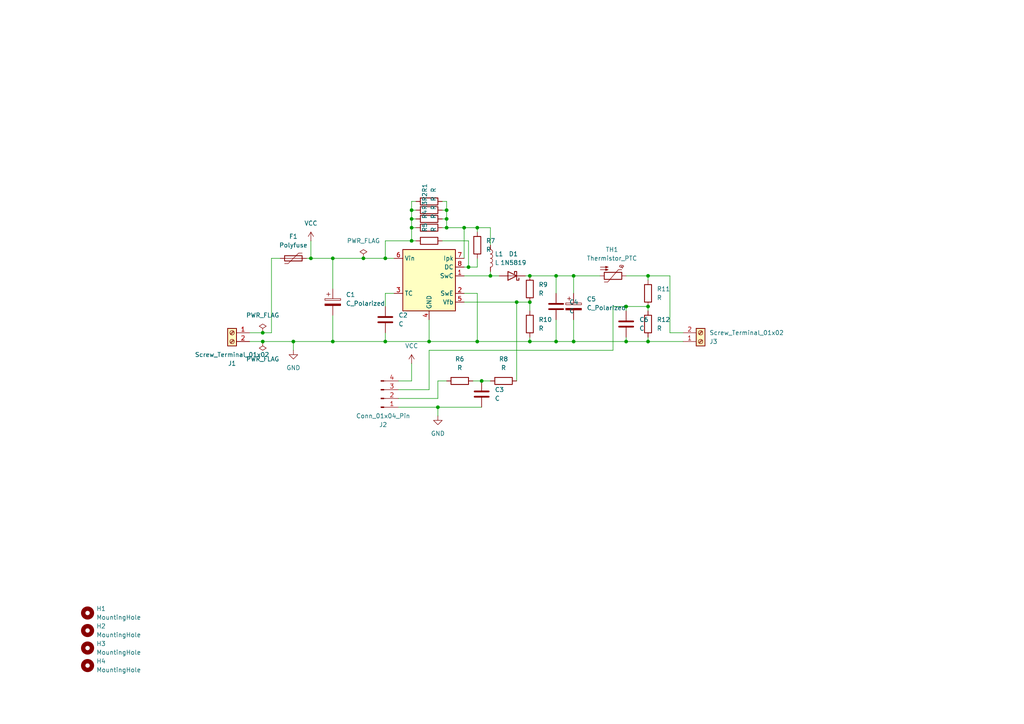
<source format=kicad_sch>
(kicad_sch (version 20250114) (generator "eeschema") (generator_version "9.0")
  (paper "A4")
  (title_block (title "Boost Converter") (date "2026-02-07") (rev "1"))
  (lib_symbols
    (symbol "Connector:Conn_01x04_Pin" (pin_names (offset 1.016) (hide yes))
      (property "Reference" "J" (at 0 5.08 0))
      (property "Value" "Conn_01x04_Pin" (at 0 -7.62 0))
      (symbol "Conn_01x04_Pin_1_1"
        (rectangle (start 0.8636 2.667) (end 0 2.413) (stroke (width 0.1524)) (fill (type outline)))
        (rectangle (start 0.8636 0.127) (end 0 -0.127) (stroke (width 0.1524)) (fill (type outline)))
        (rectangle (start 0.8636 -2.413) (end 0 -2.667) (stroke (width 0.1524)) (fill (type outline)))
        (rectangle (start 0.8636 -4.953) (end 0 -5.207) (stroke (width 0.1524)) (fill (type outline)))
        (polyline (pts (xy 1.27 2.54) (xy 0.8636 2.54)) (stroke (width 0.1524)))
        (polyline (pts (xy 1.27 0) (xy 0.8636 0)) (stroke (width 0.1524)))
        (polyline (pts (xy 1.27 -2.54) (xy 0.8636 -2.54)) (stroke (width 0.1524)))
        (polyline (pts (xy 1.27 -5.08) (xy 0.8636 -5.08)) (stroke (width 0.1524)))
        (pin passive line (at 5.08 2.54 180) (length 3.81) (name "Pin_1") (number "1"))
        (pin passive line (at 5.08 0 180) (length 3.81) (name "Pin_2") (number "2"))
        (pin passive line (at 5.08 -2.54 180) (length 3.81) (name "Pin_3") (number "3"))
        (pin passive line (at 5.08 -5.08 180) (length 3.81) (name "Pin_4") (number "4"))
      )
    )
    (symbol "Connector:Screw_Terminal_01x02" (pin_names (offset 1.016) (hide yes))
      (property "Reference" "J" (at 0 2.54 0))
      (property "Value" "Screw_Terminal_01x02" (at 0 -5.08 0))
      (symbol "Screw_Terminal_01x02_1_1"
        (rectangle (start -1.27 1.27) (end 1.27 -3.81) (stroke (width 0.254)) (fill (type background)))
        (polyline (pts (xy -0.5334 0.3302) (xy 0.3302 -0.508)) (stroke (width 0.1524)))
        (polyline (pts (xy -0.5334 -2.2098) (xy 0.3302 -3.048)) (stroke (width 0.1524)))
        (polyline (pts (xy -0.3556 0.508) (xy 0.508 -0.3302)) (stroke (width 0.1524)))
        (polyline (pts (xy -0.3556 -2.032) (xy 0.508 -2.8702)) (stroke (width 0.1524)))
        (circle (center 0 0) (radius 0.635) (stroke (width 0.1524)))
        (circle (center 0 -2.54) (radius 0.635) (stroke (width 0.1524)))
        (pin passive line (at -5.08 0 0) (length 3.81) (name "Pin_1") (number "1"))
        (pin passive line (at -5.08 -2.54 0) (length 3.81) (name "Pin_2") (number "2"))
      )
    )
    (symbol "Device:C" (pin_numbers (hide yes)) (pin_names (offset 0.254))
      (property "Reference" "C" (at 0.635 2.54 0))
      (property "Value" "C" (at 0.635 -2.54 0))
      (symbol "C_0_1"
        (polyline (pts (xy -2.032 0.762) (xy 2.032 0.762)) (stroke (width 0.508)))
        (polyline (pts (xy -2.032 -0.762) (xy 2.032 -0.762)) (stroke (width 0.508)))
      )
      (symbol "C_1_1"
        (pin passive line (at 0 3.81 270) (length 2.794) (name "~") (number "1"))
        (pin passive line (at 0 -3.81 90) (length 2.794) (name "~") (number "2"))
      )
    )
    (symbol "Device:C_Polarized" (pin_numbers (hide yes)) (pin_names (offset 0.254))
      (property "Reference" "C" (at 0.635 2.54 0))
      (property "Value" "C_Polarized" (at 0.635 -2.54 0))
      (symbol "C_Polarized_0_1"
        (rectangle (start -2.286 0.508) (end 2.286 1.016))
        (polyline (pts (xy -1.778 2.286) (xy -0.762 2.286)))
        (polyline (pts (xy -1.27 2.794) (xy -1.27 1.778)))
        (rectangle (start 2.286 -0.508) (end -2.286 -1.016) (fill (type outline)))
      )
      (symbol "C_Polarized_1_1"
        (pin passive line (at 0 3.81 270) (length 2.794) (name "~") (number "1"))
        (pin passive line (at 0 -3.81 90) (length 2.794) (name "~") (number "2"))
      )
    )
    (symbol "Device:L" (pin_numbers (hide yes)) (pin_names (offset 1.016) (hide yes))
      (property "Reference" "L" (at -1.27 0 90))
      (property "Value" "L" (at 1.905 0 90))
      (symbol "L_0_1"
        (arc (start 0 2.54) (mid 0.6323 1.905) (end 0 1.27))
        (arc (start 0 1.27) (mid 0.6323 0.635) (end 0 0))
        (arc (start 0 0) (mid 0.6323 -0.635) (end 0 -1.27))
        (arc (start 0 -1.27) (mid 0.6323 -1.905) (end 0 -2.54))
      )
      (symbol "L_1_1"
        (pin passive line (at 0 3.81 270) (length 1.27) (name "1") (number "1"))
        (pin passive line (at 0 -3.81 90) (length 1.27) (name "2") (number "2"))
      )
    )
    (symbol "Device:Polyfuse" (pin_numbers (hide yes)) (pin_names (offset 0))
      (property "Reference" "F" (at -2.54 0 90))
      (property "Value" "Polyfuse" (at 2.54 0 90))
      (symbol "Polyfuse_0_1"
        (polyline (pts (xy -1.524 2.54) (xy -1.524 1.524) (xy 1.524 -1.524) (xy 1.524 -2.54)))
        (rectangle (start -0.762 2.54) (end 0.762 -2.54) (stroke (width 0.254)))
        (polyline (pts (xy 0 2.54) (xy 0 -2.54)))
      )
      (symbol "Polyfuse_1_1"
        (pin passive line (at 0 3.81 270) (length 1.27) (name "~") (number "1"))
        (pin passive line (at 0 -3.81 90) (length 1.27) (name "~") (number "2"))
      )
    )
    (symbol "Device:R" (pin_numbers (hide yes)) (pin_names (offset 0))
      (property "Reference" "R" (at 2.032 0 90))
      (property "Value" "R" (at 0 0 90))
      (symbol "R_0_1"
        (rectangle (start -1.016 -2.54) (end 1.016 2.54) (stroke (width 0.254)))
      )
      (symbol "R_1_1"
        (pin passive line (at 0 3.81 270) (length 1.27) (name "~") (number "1"))
        (pin passive line (at 0 -3.81 90) (length 1.27) (name "~") (number "2"))
      )
    )
    (symbol "Device:Thermistor_PTC" (pin_numbers (hide yes)) (pin_names (offset 0))
      (property "Reference" "TH" (at -4.064 0 90))
      (property "Value" "Thermistor_PTC" (at 3.048 0 90))
      (symbol "Thermistor_PTC_0_1"
        (arc (start -3.175 2.413) (mid -3.0506 2.3165) (end -3.048 2.159))
        (arc (start -3.048 2.794) (mid -2.9736 2.9736) (end -2.794 3.048))
        (arc (start -2.794 3.048) (mid -2.6144 2.9736) (end -2.54 2.794))
        (arc (start -2.794 2.54) (mid -2.9736 2.6144) (end -3.048 2.794))
        (arc (start -2.794 1.905) (mid -2.9736 1.9794) (end -3.048 2.159))
        (arc (start -2.54 2.159) (mid -2.6144 1.9794) (end -2.794 1.905))
        (arc (start -2.159 2.794) (mid -2.434 2.5608) (end -2.794 2.54))
        (polyline (pts (xy -2.54 2.159) (xy -2.54 2.794)))
        (polyline (pts (xy -2.54 -3.683) (xy -2.54 -1.397) (xy -2.794 -2.159) (xy -2.286 -2.159) (xy -2.54 -1.397) (xy -2.54 -1.651)) (fill (type outline)))
        (polyline (pts (xy -1.778 2.54) (xy -1.778 1.524) (xy 1.778 -1.524) (xy 1.778 -2.54)))
        (polyline (pts (xy -1.778 -3.683) (xy -1.778 -1.397) (xy -2.032 -2.159) (xy -1.524 -2.159) (xy -1.778 -1.397) (xy -1.778 -1.651)) (fill (type outline)))
        (rectangle (start -1.016 2.54) (end 1.016 -2.54) (stroke (width 0.254)))
      )
      (symbol "Thermistor_PTC_1_1"
        (pin passive line (at 0 3.81 270) (length 1.27) (name "~") (number "1"))
        (pin passive line (at 0 -3.81 90) (length 1.27) (name "~") (number "2"))
      )
    )
    (symbol "Diode:1N5819" (pin_numbers (hide yes)) (pin_names (offset 1.016) (hide yes))
      (property "Reference" "D" (at 0 2.54 0))
      (property "Value" "1N5819" (at 0 -2.54 0))
      (symbol "1N5819_0_1"
        (polyline (pts (xy -1.905 0.635) (xy -1.905 1.27) (xy -1.27 1.27) (xy -1.27 -1.27) (xy -0.635 -1.27) (xy -0.635 -0.635)) (stroke (width 0.254)))
        (polyline (pts (xy 1.27 1.27) (xy 1.27 -1.27) (xy -1.27 0) (xy 1.27 1.27)) (stroke (width 0.254)))
        (polyline (pts (xy 1.27 0) (xy -1.27 0)))
      )
      (symbol "1N5819_1_1"
        (pin passive line (at -3.81 0 0) (length 2.54) (name "K") (number "1"))
        (pin passive line (at 3.81 0 180) (length 2.54) (name "A") (number "2"))
      )
    )
    (symbol "Mechanical:MountingHole" (pin_names (offset 1.016)) (in_bom no)
      (property "Reference" "H" (at 0 5.08 0))
      (property "Value" "MountingHole" (at 0 3.175 0))
      (symbol "MountingHole_0_1"
        (circle (center 0 0) (radius 1.27) (stroke (width 1.27)))
      )
    )
    (symbol "Regulator_Switching:MC34063AP"
      (property "Reference" "U" (at -7.62 8.89 0))
      (property "Value" "MC34063AP" (at 0 8.89 0))
      (symbol "MC34063AP_0_1"
        (rectangle (start -7.62 7.62) (end 7.62 -10.16) (stroke (width 0.254)) (fill (type background)))
      )
      (symbol "MC34063AP_1_1"
        (pin power_in line (at -10.16 5.08 0) (length 2.54) (name "Vin") (number "6"))
        (pin passive line (at -10.16 -5.08 0) (length 2.54) (name "TC") (number "3"))
        (pin power_in line (at 0 -12.7 90) (length 2.54) (name "GND") (number "4"))
        (pin input line (at 10.16 5.08 180) (length 2.54) (name "Ipk") (number "7"))
        (pin open_collector line (at 10.16 2.54 180) (length 2.54) (name "DC") (number "8"))
        (pin open_collector line (at 10.16 0 180) (length 2.54) (name "SwC") (number "1"))
        (pin open_emitter line (at 10.16 -5.08 180) (length 2.54) (name "SwE") (number "2"))
        (pin input line (at 10.16 -7.62 180) (length 2.54) (name "Vfb") (number "5"))
      )
    )
    (symbol "power:GND" (power) (pin_numbers (hide yes)) (pin_names (offset 0) (hide yes))
      (property "Value" "GND" (at 0 -3.81 0))
      (symbol "GND_0_1"
        (polyline (pts (xy 0 0) (xy 0 -1.27) (xy 1.27 -1.27) (xy 0 -2.54) (xy -1.27 -1.27) (xy 0 -1.27)))
      )
      (symbol "GND_1_1"
        (pin power_in line (at 0 0 270) (length 0) (name "~") (number "1"))
      )
    )
    (symbol "power:PWR_FLAG" (power) (pin_numbers (hide yes)) (pin_names (offset 0) (hide yes))
      (property "Value" "PWR_FLAG" (at 0 3.81 0))
      (symbol "PWR_FLAG_0_0"
        (pin power_out line (at 0 0 90) (length 0) (name "~") (number "1"))
      )
      (symbol "PWR_FLAG_0_1"
        (polyline (pts (xy 0 0) (xy 0 1.27) (xy -1.016 1.905) (xy 0 2.54) (xy 1.016 1.905) (xy 0 1.27)))
      )
    )
    (symbol "power:VCC" (power) (pin_numbers (hide yes)) (pin_names (offset 0) (hide yes))
      (property "Value" "VCC" (at 0 3.556 0))
      (symbol "VCC_0_1"
        (polyline (pts (xy -0.762 1.27) (xy 0 2.54)))
        (polyline (pts (xy 0 2.54) (xy 0.762 1.27)))
        (polyline (pts (xy 0 0) (xy 0 2.54)))
      )
      (symbol "VCC_1_1"
        (pin power_in line (at 0 0 90) (length 0) (name "~") (number "1"))
      )
    )
  )
  (junction (at 181.61 88.9))
  (junction (at 166.37 99.06))
  (junction (at 187.96 80.01))
  (junction (at 142.24 80.01))
  (junction (at 76.2 99.06))
  (junction (at 124.46 99.06))
  (junction (at 187.96 99.06))
  (junction (at 138.43 99.06))
  (junction (at 181.61 99.06))
  (junction (at 153.67 99.06))
  (junction (at 138.43 66.04))
  (junction (at 119.38 63.5))
  (junction (at 161.29 80.01))
  (junction (at 76.2 96.52))
  (junction (at 129.54 60.96))
  (junction (at 187.96 88.9))
  (junction (at 153.67 80.01))
  (junction (at 127 118.11))
  (junction (at 119.38 66.04))
  (junction (at 166.37 80.01))
  (junction (at 96.52 74.93))
  (junction (at 90.17 74.93))
  (junction (at 129.54 66.04))
  (junction (at 161.29 99.06))
  (junction (at 129.54 63.5))
  (junction (at 111.76 74.93))
  (junction (at 85.09 99.06))
  (junction (at 119.38 69.85))
  (junction (at 134.62 66.04))
  (junction (at 135.89 77.47))
  (junction (at 119.38 60.96))
  (junction (at 153.67 87.63))
  (junction (at 149.86 87.63))
  (junction (at 111.76 99.06))
  (junction (at 96.52 99.06))
  (junction (at 105.41 74.93))
  (junction (at 139.7 110.49))
  (wire (pts (xy 166.37 80.01) (xy 166.37 85.09)))
  (wire (pts (xy 153.67 99.06) (xy 161.29 99.06)))
  (wire (pts (xy 115.57 115.57) (xy 127 115.57)))
  (wire (pts (xy 124.46 99.06) (xy 111.76 99.06)))
  (wire (pts (xy 137.16 110.49) (xy 139.7 110.49)))
  (wire (pts (xy 115.57 118.11) (xy 127 118.11)))
  (wire (pts (xy 134.62 66.04) (xy 134.62 74.93)))
  (wire (pts (xy 138.43 99.06) (xy 153.67 99.06)))
  (wire (pts (xy 111.76 96.52) (xy 111.76 99.06)))
  (wire (pts (xy 127 118.11) (xy 139.7 118.11)))
  (wire (pts (xy 72.39 99.06) (xy 76.2 99.06)))
  (wire (pts (xy 142.24 80.01) (xy 144.78 80.01)))
  (wire (pts (xy 85.09 99.06) (xy 85.09 101.6)))
  (wire (pts (xy 111.76 85.09) (xy 111.76 88.9)))
  (wire (pts (xy 138.43 66.04) (xy 138.43 67.31)))
  (wire (pts (xy 90.17 69.85) (xy 90.17 74.93)))
  (wire (pts (xy 127 118.11) (xy 127 120.65)))
  (wire (pts (xy 181.61 97.79) (xy 181.61 99.06)))
  (wire (pts (xy 124.46 101.6) (xy 177.8 101.6)))
  (wire (pts (xy 153.67 80.01) (xy 161.29 80.01)))
  (wire (pts (xy 138.43 77.47) (xy 135.89 77.47)))
  (wire (pts (xy 129.54 60.96) (xy 129.54 63.5)))
  (wire (pts (xy 115.57 113.03) (xy 124.46 113.03)))
  (wire (pts (xy 134.62 85.09) (xy 138.43 85.09)))
  (wire (pts (xy 111.76 69.85) (xy 111.76 74.93)))
  (wire (pts (xy 119.38 60.96) (xy 120.65 60.96)))
  (wire (pts (xy 194.31 80.01) (xy 194.31 96.52)))
  (wire (pts (xy 119.38 58.42) (xy 119.38 60.96)))
  (wire (pts (xy 139.7 110.49) (xy 142.24 110.49)))
  (wire (pts (xy 119.38 66.04) (xy 120.65 66.04)))
  (wire (pts (xy 181.61 88.9) (xy 187.96 88.9)))
  (wire (pts (xy 119.38 63.5) (xy 120.65 63.5)))
  (wire (pts (xy 142.24 66.04) (xy 138.43 66.04)))
  (wire (pts (xy 96.52 99.06) (xy 96.52 91.44)))
  (wire (pts (xy 138.43 85.09) (xy 138.43 99.06)))
  (wire (pts (xy 119.38 110.49) (xy 119.38 105.41)))
  (wire (pts (xy 161.29 92.71) (xy 161.29 99.06)))
  (wire (pts (xy 181.61 80.01) (xy 187.96 80.01)))
  (wire (pts (xy 90.17 74.93) (xy 96.52 74.93)))
  (wire (pts (xy 124.46 99.06) (xy 124.46 92.71)))
  (wire (pts (xy 78.74 96.52) (xy 76.2 96.52)))
  (wire (pts (xy 149.86 87.63) (xy 153.67 87.63)))
  (wire (pts (xy 127 110.49) (xy 127 115.57)))
  (wire (pts (xy 177.8 101.6) (xy 177.8 88.9)))
  (wire (pts (xy 187.96 97.79) (xy 187.96 99.06)))
  (wire (pts (xy 181.61 88.9) (xy 181.61 90.17)))
  (wire (pts (xy 124.46 99.06) (xy 138.43 99.06)))
  (wire (pts (xy 187.96 88.9) (xy 187.96 90.17)))
  (wire (pts (xy 96.52 99.06) (xy 111.76 99.06)))
  (wire (pts (xy 166.37 99.06) (xy 181.61 99.06)))
  (wire (pts (xy 152.4 80.01) (xy 153.67 80.01)))
  (wire (pts (xy 138.43 74.93) (xy 138.43 77.47)))
  (wire (pts (xy 119.38 60.96) (xy 119.38 63.5)))
  (wire (pts (xy 129.54 58.42) (xy 129.54 60.96)))
  (wire (pts (xy 142.24 78.74) (xy 142.24 80.01)))
  (wire (pts (xy 166.37 80.01) (xy 173.99 80.01)))
  (wire (pts (xy 129.54 58.42) (xy 128.27 58.42)))
  (wire (pts (xy 119.38 69.85) (xy 111.76 69.85)))
  (wire (pts (xy 187.96 99.06) (xy 198.12 99.06)))
  (wire (pts (xy 135.89 77.47) (xy 134.62 77.47)))
  (wire (pts (xy 120.65 58.42) (xy 119.38 58.42)))
  (wire (pts (xy 161.29 80.01) (xy 166.37 80.01)))
  (wire (pts (xy 153.67 99.06) (xy 153.67 97.79)))
  (wire (pts (xy 128.27 60.96) (xy 129.54 60.96)))
  (wire (pts (xy 161.29 80.01) (xy 161.29 85.09)))
  (wire (pts (xy 96.52 74.93) (xy 105.41 74.93)))
  (wire (pts (xy 128.27 63.5) (xy 129.54 63.5)))
  (wire (pts (xy 135.89 69.85) (xy 135.89 77.47)))
  (wire (pts (xy 105.41 74.93) (xy 111.76 74.93)))
  (wire (pts (xy 85.09 99.06) (xy 96.52 99.06)))
  (wire (pts (xy 134.62 66.04) (xy 138.43 66.04)))
  (wire (pts (xy 119.38 63.5) (xy 119.38 66.04)))
  (wire (pts (xy 142.24 66.04) (xy 142.24 71.12)))
  (wire (pts (xy 76.2 99.06) (xy 85.09 99.06)))
  (wire (pts (xy 119.38 66.04) (xy 119.38 69.85)))
  (wire (pts (xy 128.27 69.85) (xy 135.89 69.85)))
  (wire (pts (xy 177.8 88.9) (xy 181.61 88.9)))
  (wire (pts (xy 124.46 113.03) (xy 124.46 101.6)))
  (wire (pts (xy 134.62 80.01) (xy 142.24 80.01)))
  (wire (pts (xy 78.74 74.93) (xy 78.74 96.52)))
  (wire (pts (xy 149.86 87.63) (xy 149.86 110.49)))
  (wire (pts (xy 115.57 110.49) (xy 119.38 110.49)))
  (wire (pts (xy 96.52 74.93) (xy 96.52 83.82)))
  (wire (pts (xy 128.27 66.04) (xy 129.54 66.04)))
  (wire (pts (xy 161.29 99.06) (xy 166.37 99.06)))
  (wire (pts (xy 81.28 74.93) (xy 78.74 74.93)))
  (wire (pts (xy 119.38 69.85) (xy 120.65 69.85)))
  (wire (pts (xy 181.61 99.06) (xy 187.96 99.06)))
  (wire (pts (xy 194.31 96.52) (xy 198.12 96.52)))
  (wire (pts (xy 129.54 110.49) (xy 127 110.49)))
  (wire (pts (xy 88.9 74.93) (xy 90.17 74.93)))
  (wire (pts (xy 134.62 87.63) (xy 149.86 87.63)))
  (wire (pts (xy 72.39 96.52) (xy 76.2 96.52)))
  (wire (pts (xy 166.37 92.71) (xy 166.37 99.06)))
  (wire (pts (xy 129.54 63.5) (xy 129.54 66.04)))
  (wire (pts (xy 114.3 85.09) (xy 111.76 85.09)))
  (wire (pts (xy 187.96 80.01) (xy 194.31 80.01)))
  (wire (pts (xy 187.96 80.01) (xy 187.96 81.28)))
  (wire (pts (xy 153.67 87.63) (xy 153.67 90.17)))
  (wire (pts (xy 111.76 74.93) (xy 114.3 74.93)))
  (wire (pts (xy 129.54 66.04) (xy 134.62 66.04)))
  (symbol (lib_id "power:PWR_FLAG") (at 76.2 99.06 180) (unit 1)
    (property "Reference" "#FLG02" (effects (hide yes)))
    (property "Value" "PWR_FLAG" (at 76.2 104.14 0))
    (property "Description" "Special symbol for telling ERC where power comes from" (effects (hide yes)))
  )
  (symbol (lib_id "Connector:Conn_01x04_Pin") (at 110.49 115.57 0) (mirror x) (unit 1)
    (property "Reference" "J2" (at 111.125 123.19 0))
    (property "Value" "Conn_01x04_Pin" (at 111.125 120.65 0))
    (property "Footprint" "Connector_PinHeader_2.54mm:PinHeader_1x04_P2.54mm_Vertical" (effects (hide yes)))
    (property "Description" "Generic connector, single row, 01x04, script generated" (effects (hide yes)))
  )
  (symbol (lib_id "Device:C") (at 111.76 92.71 0) (unit 1)
    (property "Reference" "C2" (at 115.57 91.4399 0) (effects (justify left)))
    (property "Value" "C" (at 115.57 93.9799 0) (effects (justify left)))
    (property "Footprint" "Capacitor_THT:C_Disc_D3.0mm_W2.0mm_P2.50mm" (effects (hide yes)))
    (property "Description" "Unpolarized capacitor" (effects (hide yes)))
  )
  (symbol (lib_id "Device:C_Polarized") (at 96.52 87.63 0) (unit 1)
    (property "Reference" "C1" (at 100.33 85.4709 0) (effects (justify left)))
    (property "Value" "C_Polarized" (at 100.33 88.0109 0) (effects (justify left)))
    (property "Footprint" "Capacitor_THT:CP_Radial_D10.0mm_P2.50mm_P5.00mm" (effects (hide yes)))
    (property "Description" "Polarized capacitor" (effects (hide yes)))
  )
  (symbol (lib_id "Device:R") (at 138.43 71.12 0) (unit 1)
    (property "Reference" "R7" (at 140.97 69.8499 0) (effects (justify left)))
    (property "Value" "R" (at 140.97 72.3899 0) (effects (justify left)))
    (property "Footprint" "Resistor_THT:R_Axial_DIN0207_L6.3mm_D2.5mm_P10.16mm_Horizontal" (effects (hide yes)))
    (property "Description" "Resistor" (effects (hide yes)))
  )
  (symbol (lib_id "Device:R") (at 153.67 93.98 0) (unit 1)
    (property "Reference" "R10" (at 156.21 92.7099 0) (effects (justify left)))
    (property "Value" "R" (at 156.21 95.2499 0) (effects (justify left)))
    (property "Footprint" "Resistor_THT:R_Axial_DIN0207_L6.3mm_D2.5mm_P10.16mm_Horizontal" (effects (hide yes)))
    (property "Description" "Resistor" (effects (hide yes)))
  )
  (symbol (lib_id "power:VCC") (at 119.38 105.41 0) (unit 1)
    (property "Reference" "#PWR03" (effects (hide yes)))
    (property "Value" "VCC" (at 119.38 100.33 0))
    (property "Description" "Power symbol creates a global label with name \"VCC\"" (effects (hide yes)))
  )
  (symbol (lib_id "Device:Thermistor_PTC") (at 177.8 80.01 270) (unit 1)
    (property "Reference" "TH1" (at 177.4825 72.39 90))
    (property "Value" "Thermistor_PTC" (at 177.4825 74.93 90))
    (property "Footprint" "Varistor:RV_Disc_D9mm_W3.3mm_P5mm" (effects (hide yes)))
    (property "Description" "Temperature dependent resistor, positive temperature coefficient" (effects (hide yes)))
  )
  (symbol (lib_id "Connector:Screw_Terminal_01x02") (at 67.31 96.52 0) (mirror y) (unit 1)
    (property "Reference" "J1" (at 67.31 105.41 0))
    (property "Value" "Screw_Terminal_01x02" (at 67.31 102.87 0))
    (property "Footprint" "TerminalBlock_Phoenix:TerminalBlock_Phoenix_MKDS-1,5-2-5.08_1x02_P5.08mm_Horizontal" (effects (hide yes)))
    (property "Description" "Generic screw terminal, single row, 01x02, script generated (kicad-library-utils/schlib/autogen/connector/)" (effects (hide yes)))
  )
  (symbol (lib_id "Regulator_Switching:MC34063AP") (at 124.46 80.01 0) (unit 1)
    (property "Reference" "U1" (effects (hide yes)))
    (property "Value" "MC34063AP" (effects (hide yes)))
    (property "Footprint" "Package_DIP:DIP-8_W7.62mm" (effects (hide yes)))
    (property "Datasheet" "http://www.onsemi.com/pub_link/Collateral/MC34063A-D.PDF" (effects (hide yes)))
    (property "Description" "1.5A, step-up/down/inverting switching regulator, 3-40V Vin, 100kHz, DIP-8" (effects (hide yes)))
  )
  (symbol (lib_id "Device:R") (at 124.46 63.5 90) (unit 1)
    (property "Reference" "R3" (at 123.1899 60.96 0) (effects (justify left)))
    (property "Value" "R" (at 125.7299 60.96 0) (effects (justify left)))
    (property "Footprint" "Resistor_THT:R_Axial_DIN0207_L6.3mm_D2.5mm_P10.16mm_Horizontal" (effects (hide yes)))
    (property "Description" "Resistor" (effects (hide yes)))
  )
  (symbol (lib_id "Device:R") (at 187.96 85.09 0) (unit 1)
    (property "Reference" "R11" (at 190.5 83.8199 0) (effects (justify left)))
    (property "Value" "R" (at 190.5 86.3599 0) (effects (justify left)))
    (property "Footprint" "Resistor_THT:R_Axial_DIN0207_L6.3mm_D2.5mm_P10.16mm_Horizontal" (effects (hide yes)))
    (property "Description" "Resistor" (effects (hide yes)))
  )
  (symbol (lib_id "Device:C") (at 161.29 88.9 0) (unit 1)
    (property "Reference" "C4" (at 165.1 87.6299 0) (effects (justify left)))
    (property "Value" "C" (at 165.1 90.1699 0) (effects (justify left)))
    (property "Footprint" "Capacitor_THT:C_Rect_L4.6mm_W4.6mm_P2.50mm_MKS02_FKP02" (effects (hide yes)))
    (property "Description" "Unpolarized capacitor" (effects (hide yes)))
  )
  (symbol (lib_id "Connector:Screw_Terminal_01x02") (at 203.2 99.06 0) (mirror x) (unit 1)
    (property "Reference" "J3" (at 205.74 99.0601 0) (effects (justify left)))
    (property "Value" "Screw_Terminal_01x02" (at 205.74 96.5201 0) (effects (justify left)))
    (property "Footprint" "TerminalBlock_Phoenix:TerminalBlock_Phoenix_MKDS-1,5-2-5.08_1x02_P5.08mm_Horizontal" (effects (hide yes)))
    (property "Description" "Generic screw terminal, single row, 01x02, script generated (kicad-library-utils/schlib/autogen/connector/)" (effects (hide yes)))
  )
  (symbol (lib_id "Device:R") (at 153.67 83.82 0) (unit 1)
    (property "Reference" "R9" (at 156.21 82.5499 0) (effects (justify left)))
    (property "Value" "R" (at 156.21 85.0899 0) (effects (justify left)))
    (property "Footprint" "Resistor_THT:R_Axial_DIN0207_L6.3mm_D2.5mm_P10.16mm_Horizontal" (effects (hide yes)))
    (property "Description" "Resistor" (effects (hide yes)))
  )
  (symbol (lib_id "power:PWR_FLAG") (at 105.41 74.93 0) (unit 1)
    (property "Reference" "#FLG03" (effects (hide yes)))
    (property "Value" "PWR_FLAG" (at 105.41 69.85 0))
    (property "Description" "Special symbol for telling ERC where power comes from" (effects (hide yes)))
  )
  (symbol (lib_id "Device:R") (at 133.35 110.49 90) (unit 1)
    (property "Reference" "R6" (at 133.35 104.14 90))
    (property "Value" "R" (at 133.35 106.68 90))
    (property "Footprint" "Resistor_THT:R_Axial_DIN0207_L6.3mm_D2.5mm_P10.16mm_Horizontal" (effects (hide yes)))
    (property "Description" "Resistor" (effects (hide yes)))
  )
  (symbol (lib_id "Device:C_Polarized") (at 166.37 88.9 0) (unit 1)
    (property "Reference" "C5" (at 170.18 86.7409 0) (effects (justify left)))
    (property "Value" "C_Polarized" (at 170.18 89.2809 0) (effects (justify left)))
    (property "Footprint" "Capacitor_THT:CP_Radial_D10.0mm_P5.00mm_P7.50mm" (effects (hide yes)))
    (property "Description" "Polarized capacitor" (effects (hide yes)))
  )
  (symbol (lib_id "Mechanical:MountingHole") (at 25.4 187.96 0) (unit 1) (in_bom no)
    (property "Reference" "H3" (at 27.94 186.6899 0) (effects (justify left)))
    (property "Value" "MountingHole" (at 27.94 189.2299 0) (effects (justify left)))
    (property "Footprint" "MountingHole:MountingHole_3.2mm_M3" (effects (hide yes)))
    (property "Description" "Mounting Hole without connection" (effects (hide yes)))
  )
  (symbol (lib_id "Device:R") (at 146.05 110.49 90) (unit 1)
    (property "Reference" "R8" (at 146.05 104.14 90))
    (property "Value" "R" (at 146.05 106.68 90))
    (property "Footprint" "Resistor_THT:R_Axial_DIN0207_L6.3mm_D2.5mm_P10.16mm_Horizontal" (effects (hide yes)))
    (property "Description" "Resistor" (effects (hide yes)))
  )
  (symbol (lib_id "Mechanical:MountingHole") (at 25.4 193.04 0) (unit 1) (in_bom no)
    (property "Reference" "H4" (at 27.94 191.7699 0) (effects (justify left)))
    (property "Value" "MountingHole" (at 27.94 194.3099 0) (effects (justify left)))
    (property "Footprint" "MountingHole:MountingHole_3.2mm_M3" (effects (hide yes)))
    (property "Description" "Mounting Hole without connection" (effects (hide yes)))
  )
  (symbol (lib_id "Mechanical:MountingHole") (at 25.4 182.88 0) (unit 1) (in_bom no)
    (property "Reference" "H2" (at 27.94 181.6099 0) (effects (justify left)))
    (property "Value" "MountingHole" (at 27.94 184.1499 0) (effects (justify left)))
    (property "Footprint" "MountingHole:MountingHole_3.2mm_M3" (effects (hide yes)))
    (property "Description" "Mounting Hole without connection" (effects (hide yes)))
  )
  (symbol (lib_id "Device:C") (at 181.61 93.98 0) (unit 1)
    (property "Reference" "C6" (at 185.42 92.7099 0) (effects (justify left)))
    (property "Value" "C" (at 185.42 95.2499 0) (effects (justify left)))
    (property "Footprint" "Capacitor_THT:C_Rect_L4.6mm_W3.8mm_P2.50mm_MKS02_FKP02" (effects (hide yes)))
    (property "Description" "Unpolarized capacitor" (effects (hide yes)))
  )
  (symbol (lib_id "power:PWR_FLAG") (at 76.2 96.52 0) (unit 1)
    (property "Reference" "#FLG01" (effects (hide yes)))
    (property "Value" "PWR_FLAG" (at 76.2 91.44 0))
    (property "Description" "Special symbol for telling ERC where power comes from" (effects (hide yes)))
  )
  (symbol (lib_id "Device:R") (at 124.46 66.04 90) (unit 1)
    (property "Reference" "R4" (at 123.1899 63.5 0) (effects (justify left)))
    (property "Value" "R" (at 125.7299 63.5 0) (effects (justify left)))
    (property "Footprint" "Resistor_THT:R_Axial_DIN0207_L6.3mm_D2.5mm_P10.16mm_Horizontal" (effects (hide yes)))
    (property "Description" "Resistor" (effects (hide yes)))
  )
  (symbol (lib_id "Device:R") (at 124.46 58.42 90) (unit 1)
    (property "Reference" "R1" (at 123.1899 55.88 0) (effects (justify left)))
    (property "Value" "R" (at 125.7299 55.88 0) (effects (justify left)))
    (property "Footprint" "Resistor_THT:R_Axial_DIN0207_L6.3mm_D2.5mm_P10.16mm_Horizontal" (effects (hide yes)))
    (property "Description" "Resistor" (effects (hide yes)))
  )
  (symbol (lib_id "Device:C") (at 139.7 114.3 0) (unit 1)
    (property "Reference" "C3" (at 143.51 113.0299 0) (effects (justify left)))
    (property "Value" "C" (at 143.51 115.5699 0) (effects (justify left)))
    (property "Footprint" "Capacitor_THT:C_Rect_L4.6mm_W3.8mm_P2.50mm_MKS02_FKP02" (effects (hide yes)))
    (property "Description" "Unpolarized capacitor" (effects (hide yes)))
  )
  (symbol (lib_id "Device:R") (at 124.46 69.85 90) (unit 1)
    (property "Reference" "R5" (at 123.1899 67.31 0) (effects (justify left)))
    (property "Value" "R" (at 125.7299 67.31 0) (effects (justify left)))
    (property "Footprint" "Resistor_THT:R_Axial_DIN0207_L6.3mm_D2.5mm_P10.16mm_Horizontal" (effects (hide yes)))
    (property "Description" "Resistor" (effects (hide yes)))
  )
  (symbol (lib_id "Device:R") (at 187.96 93.98 0) (unit 1)
    (property "Reference" "R12" (at 190.5 92.7099 0) (effects (justify left)))
    (property "Value" "R" (at 190.5 95.2499 0) (effects (justify left)))
    (property "Footprint" "Resistor_THT:R_Axial_DIN0207_L6.3mm_D2.5mm_P10.16mm_Horizontal" (effects (hide yes)))
    (property "Description" "Resistor" (effects (hide yes)))
  )
  (symbol (lib_id "Device:R") (at 124.46 60.96 90) (unit 1)
    (property "Reference" "R2" (at 123.1899 58.42 0) (effects (justify left)))
    (property "Value" "R" (at 125.7299 58.42 0) (effects (justify left)))
    (property "Footprint" "Resistor_THT:R_Axial_DIN0207_L6.3mm_D2.5mm_P10.16mm_Horizontal" (effects (hide yes)))
    (property "Description" "Resistor" (effects (hide yes)))
  )
  (symbol (lib_id "power:GND") (at 85.09 101.6 0) (unit 1)
    (property "Reference" "#PWR01" (effects (hide yes)))
    (property "Value" "GND" (at 85.09 106.68 0))
    (property "Description" "Power symbol creates a global label with name \"GND\" , ground" (effects (hide yes)))
  )
  (symbol (lib_id "power:VCC") (at 90.17 69.85 0) (unit 1)
    (property "Reference" "#PWR02" (effects (hide yes)))
    (property "Value" "VCC" (at 90.17 64.77 0))
    (property "Description" "Power symbol creates a global label with name \"VCC\"" (effects (hide yes)))
  )
  (symbol (lib_id "Diode:1N5819") (at 148.59 80.01 180) (unit 1)
    (property "Reference" "D1" (at 148.9075 73.66 0))
    (property "Value" "1N5819" (at 148.9075 76.2 0))
    (property "Footprint" "Diode_THT:D_DO-41_SOD81_P10.16mm_Horizontal" (effects (hide yes)))
    (property "Datasheet" "http://www.vishay.com/docs/88525/1n5817.pdf" (effects (hide yes)))
    (property "Description" "40V 1A Schottky Barrier Rectifier Diode, DO-41" (effects (hide yes)))
  )
  (symbol (lib_id "power:GND") (at 127 120.65 0) (unit 1)
    (property "Reference" "#PWR04" (effects (hide yes)))
    (property "Value" "GND" (at 127 125.73 0))
    (property "Description" "Power symbol creates a global label with name \"GND\" , ground" (effects (hide yes)))
  )
  (symbol (lib_id "Mechanical:MountingHole") (at 25.4 177.8 0) (unit 1) (in_bom no)
    (property "Reference" "H1" (at 27.94 176.5299 0) (effects (justify left)))
    (property "Value" "MountingHole" (at 27.94 179.0699 0) (effects (justify left)))
    (property "Footprint" "MountingHole:MountingHole_3.2mm_M3" (effects (hide yes)))
    (property "Description" "Mounting Hole without connection" (effects (hide yes)))
  )
  (symbol (lib_id "Device:L") (at 142.24 74.93 0) (unit 1)
    (property "Reference" "L1" (at 143.51 73.6599 0) (effects (justify left)))
    (property "Value" "L" (at 143.51 76.1999 0) (effects (justify left)))
    (property "Footprint" "Inductor_THT:L_Radial_D10.0mm_P5.00mm_Fastron_07P" (effects (hide yes)))
    (property "Description" "Inductor" (effects (hide yes)))
  )
  (symbol (lib_id "Device:Polyfuse") (at 85.09 74.93 90) (unit 1)
    (property "Reference" "F1" (at 85.09 68.58 90))
    (property "Value" "Polyfuse" (at 85.09 71.12 90))
    (property "Footprint" "Fuse:Fuse_BelFuse_0ZRE0005FF_L8.3mm_W3.8mm" (effects (hide yes)))
    (property "Description" "Resettable fuse, polymeric positive temperature coefficient" (effects (hide yes)))
  )
)
</source>
